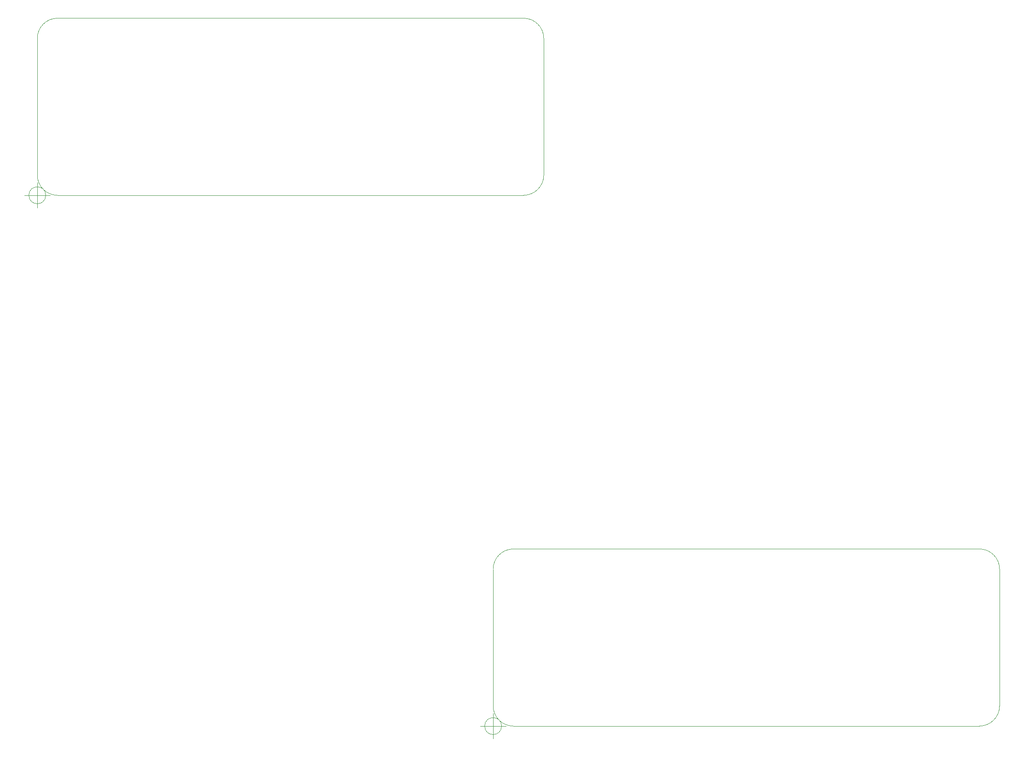
<source format=gbr>
<<<<<<< HEAD
%TF.GenerationSoftware,KiCad,Pcbnew,(6.0.5)*%
%TF.CreationDate,2022-06-04T22:27:33+02:00*%
=======
%TF.GenerationSoftware,KiCad,Pcbnew,6.0.7-f9a2dced07~116~ubuntu22.04.1*%
%TF.CreationDate,2022-09-18T17:51:17+02:00*%
>>>>>>> 1ef551dc16a834aef869da9beec1b41d527119e7
%TF.ProjectId,SmartHarz-Thermometer,536d6172-7448-4617-927a-2d546865726d,1b1*%
%TF.SameCoordinates,Original*%
%TF.FileFunction,Profile,NP*%
%FSLAX46Y46*%
G04 Gerber Fmt 4.6, Leading zero omitted, Abs format (unit mm)*
<<<<<<< HEAD
G04 Created by KiCad (PCBNEW (6.0.5)) date 2022-06-04 22:27:33*
=======
G04 Created by KiCad (PCBNEW 6.0.7-f9a2dced07~116~ubuntu22.04.1) date 2022-09-18 17:51:17*
>>>>>>> 1ef551dc16a834aef869da9beec1b41d527119e7
%MOMM*%
%LPD*%
G01*
G04 APERTURE LIST*
%TA.AperFunction,Profile*%
%ADD10C,0.100000*%
%TD*%
G04 APERTURE END LIST*
D10*
<<<<<<< HEAD
X186000000Y-105000000D02*
X94000000Y-105000000D01*
X186000000Y-105000000D02*
G75*
G03*
X190000000Y-101000000I0J4000000D01*
G01*
X190000000Y-74000000D02*
X190000000Y-101000000D01*
X90000000Y-101000000D02*
X90000000Y-74000000D01*
X190000000Y-74000000D02*
G75*
G03*
X186000000Y-70000000I-4000000J0D01*
G01*
X90000000Y-101000000D02*
G75*
G03*
X94000000Y-105000000I4000000J0D01*
G01*
X94000000Y-70000000D02*
G75*
G03*
X90000000Y-74000000I0J-4000000D01*
G01*
X94000000Y-70000000D02*
X186000000Y-70000000D01*
X91666666Y-105000000D02*
G75*
G03*
X91666666Y-105000000I-1666666J0D01*
G01*
X87500000Y-105000000D02*
X92500000Y-105000000D01*
X90000000Y-102500000D02*
X90000000Y-107500000D01*
=======
X96000000Y-100000D02*
X4000000Y-100000D01*
X96000000Y-100000D02*
G75*
G03*
X100000000Y3900000I0J4000000D01*
G01*
X100000000Y30900000D02*
X100000000Y3900000D01*
X0Y3900000D02*
X0Y30900000D01*
X100000000Y30900000D02*
G75*
G03*
X96000000Y34900000I-4000000J0D01*
G01*
X0Y3900000D02*
G75*
G03*
X4000000Y-100000I4000000J0D01*
G01*
X4000000Y34900000D02*
G75*
G03*
X0Y30900000I0J-4000000D01*
G01*
X4000000Y34900000D02*
X96000000Y34900000D01*
X1666666Y-100000D02*
G75*
G03*
X1666666Y-100000I-1666666J0D01*
G01*
X-2500000Y-100000D02*
X2500000Y-100000D01*
X0Y2400000D02*
X0Y-2600000D01*
>>>>>>> 1ef551dc16a834aef869da9beec1b41d527119e7
M02*

</source>
